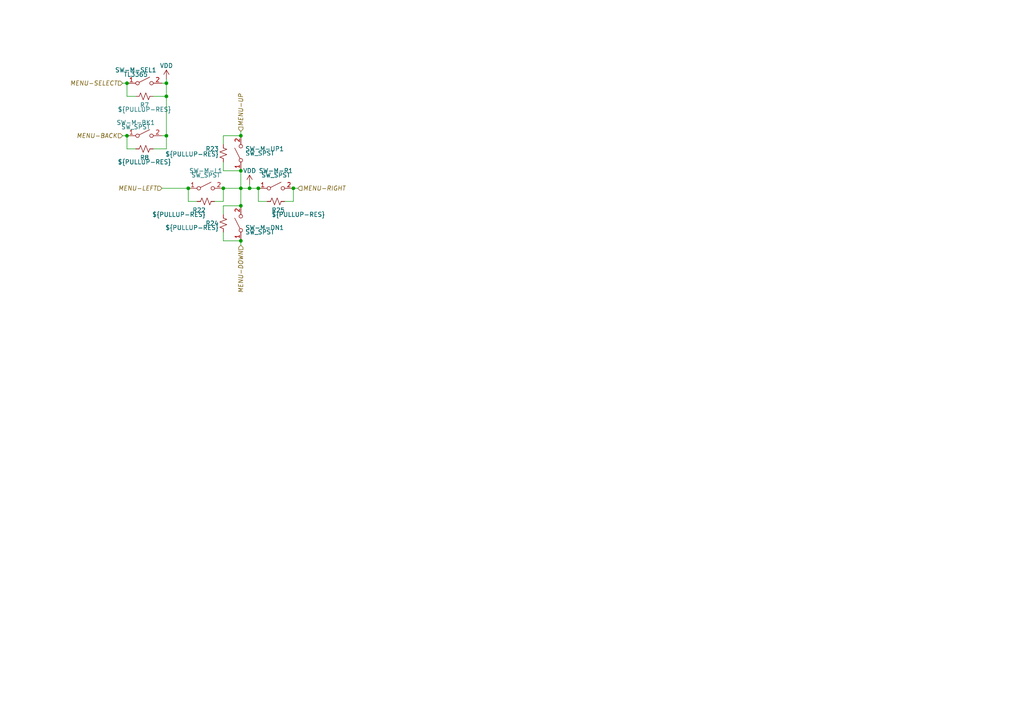
<source format=kicad_sch>
(kicad_sch (version 20211123) (generator eeschema)

  (uuid 521cb117-ca28-4249-b037-1dd8f17a563b)

  (paper "A4")

  (title_block
    (title "EasyBake Reflow Oven")
    (rev "2")
    (company "Daxxn Industries")
  )

  (lib_symbols
    (symbol "Device:R_Small_US" (pin_numbers hide) (pin_names (offset 0.254) hide) (in_bom yes) (on_board yes)
      (property "Reference" "R" (id 0) (at 0.762 0.508 0)
        (effects (font (size 1.27 1.27)) (justify left))
      )
      (property "Value" "R_Small_US" (id 1) (at 0.762 -1.016 0)
        (effects (font (size 1.27 1.27)) (justify left))
      )
      (property "Footprint" "" (id 2) (at 0 0 0)
        (effects (font (size 1.27 1.27)) hide)
      )
      (property "Datasheet" "~" (id 3) (at 0 0 0)
        (effects (font (size 1.27 1.27)) hide)
      )
      (property "ki_keywords" "r resistor" (id 4) (at 0 0 0)
        (effects (font (size 1.27 1.27)) hide)
      )
      (property "ki_description" "Resistor, small US symbol" (id 5) (at 0 0 0)
        (effects (font (size 1.27 1.27)) hide)
      )
      (property "ki_fp_filters" "R_*" (id 6) (at 0 0 0)
        (effects (font (size 1.27 1.27)) hide)
      )
      (symbol "R_Small_US_1_1"
        (polyline
          (pts
            (xy 0 0)
            (xy 1.016 -0.381)
            (xy 0 -0.762)
            (xy -1.016 -1.143)
            (xy 0 -1.524)
          )
          (stroke (width 0) (type default) (color 0 0 0 0))
          (fill (type none))
        )
        (polyline
          (pts
            (xy 0 1.524)
            (xy 1.016 1.143)
            (xy 0 0.762)
            (xy -1.016 0.381)
            (xy 0 0)
          )
          (stroke (width 0) (type default) (color 0 0 0 0))
          (fill (type none))
        )
        (pin passive line (at 0 2.54 270) (length 1.016)
          (name "~" (effects (font (size 1.27 1.27))))
          (number "1" (effects (font (size 1.27 1.27))))
        )
        (pin passive line (at 0 -2.54 90) (length 1.016)
          (name "~" (effects (font (size 1.27 1.27))))
          (number "2" (effects (font (size 1.27 1.27))))
        )
      )
    )
    (symbol "Switch:SW_SPST" (pin_names (offset 0) hide) (in_bom yes) (on_board yes)
      (property "Reference" "SW" (id 0) (at 0 3.175 0)
        (effects (font (size 1.27 1.27)))
      )
      (property "Value" "SW_SPST" (id 1) (at 0 -2.54 0)
        (effects (font (size 1.27 1.27)))
      )
      (property "Footprint" "" (id 2) (at 0 0 0)
        (effects (font (size 1.27 1.27)) hide)
      )
      (property "Datasheet" "~" (id 3) (at 0 0 0)
        (effects (font (size 1.27 1.27)) hide)
      )
      (property "ki_keywords" "switch lever" (id 4) (at 0 0 0)
        (effects (font (size 1.27 1.27)) hide)
      )
      (property "ki_description" "Single Pole Single Throw (SPST) switch" (id 5) (at 0 0 0)
        (effects (font (size 1.27 1.27)) hide)
      )
      (symbol "SW_SPST_0_0"
        (circle (center -2.032 0) (radius 0.508)
          (stroke (width 0) (type default) (color 0 0 0 0))
          (fill (type none))
        )
        (polyline
          (pts
            (xy -1.524 0.254)
            (xy 1.524 1.778)
          )
          (stroke (width 0) (type default) (color 0 0 0 0))
          (fill (type none))
        )
        (circle (center 2.032 0) (radius 0.508)
          (stroke (width 0) (type default) (color 0 0 0 0))
          (fill (type none))
        )
      )
      (symbol "SW_SPST_1_1"
        (pin passive line (at -5.08 0 0) (length 2.54)
          (name "A" (effects (font (size 1.27 1.27))))
          (number "1" (effects (font (size 1.27 1.27))))
        )
        (pin passive line (at 5.08 0 180) (length 2.54)
          (name "B" (effects (font (size 1.27 1.27))))
          (number "2" (effects (font (size 1.27 1.27))))
        )
      )
    )
    (symbol "power:VDD" (power) (pin_names (offset 0)) (in_bom yes) (on_board yes)
      (property "Reference" "#PWR" (id 0) (at 0 -3.81 0)
        (effects (font (size 1.27 1.27)) hide)
      )
      (property "Value" "VDD" (id 1) (at 0 3.81 0)
        (effects (font (size 1.27 1.27)))
      )
      (property "Footprint" "" (id 2) (at 0 0 0)
        (effects (font (size 1.27 1.27)) hide)
      )
      (property "Datasheet" "" (id 3) (at 0 0 0)
        (effects (font (size 1.27 1.27)) hide)
      )
      (property "ki_keywords" "power-flag" (id 4) (at 0 0 0)
        (effects (font (size 1.27 1.27)) hide)
      )
      (property "ki_description" "Power symbol creates a global label with name \"VDD\"" (id 5) (at 0 0 0)
        (effects (font (size 1.27 1.27)) hide)
      )
      (symbol "VDD_0_1"
        (polyline
          (pts
            (xy -0.762 1.27)
            (xy 0 2.54)
          )
          (stroke (width 0) (type default) (color 0 0 0 0))
          (fill (type none))
        )
        (polyline
          (pts
            (xy 0 0)
            (xy 0 2.54)
          )
          (stroke (width 0) (type default) (color 0 0 0 0))
          (fill (type none))
        )
        (polyline
          (pts
            (xy 0 2.54)
            (xy 0.762 1.27)
          )
          (stroke (width 0) (type default) (color 0 0 0 0))
          (fill (type none))
        )
      )
      (symbol "VDD_1_1"
        (pin power_in line (at 0 0 90) (length 0) hide
          (name "VDD" (effects (font (size 1.27 1.27))))
          (number "1" (effects (font (size 1.27 1.27))))
        )
      )
    )
  )

  (junction (at 85.09 54.61) (diameter 0) (color 0 0 0 0)
    (uuid 18c997d1-b7e5-481b-bf4c-e183d5adde25)
  )
  (junction (at 48.26 27.94) (diameter 0) (color 0 0 0 0)
    (uuid 1a0f4fe3-9c7b-4189-9720-306621d37441)
  )
  (junction (at 36.83 24.13) (diameter 0) (color 0 0 0 0)
    (uuid 1ab003e0-9a5f-4f2e-bfc0-5d88b65168da)
  )
  (junction (at 69.85 59.69) (diameter 0) (color 0 0 0 0)
    (uuid 1d3b1c21-8ff2-4ffc-8341-c885d534455e)
  )
  (junction (at 74.93 54.61) (diameter 0) (color 0 0 0 0)
    (uuid 1dd7c87e-6ac5-4112-84bc-2ae49f485e10)
  )
  (junction (at 69.85 54.61) (diameter 0) (color 0 0 0 0)
    (uuid 2bf9bcaa-1dda-4d2d-8f44-33a503305ea7)
  )
  (junction (at 72.39 54.61) (diameter 0) (color 0 0 0 0)
    (uuid 435dd40c-4dee-4cbb-a482-cb6fff6359d8)
  )
  (junction (at 48.26 24.13) (diameter 0) (color 0 0 0 0)
    (uuid 648c28ec-fcab-4ed0-ad2c-2531732610a6)
  )
  (junction (at 69.85 49.53) (diameter 0) (color 0 0 0 0)
    (uuid 6c1c9e4a-7b4d-4879-bfda-fd63177b2772)
  )
  (junction (at 54.61 54.61) (diameter 0) (color 0 0 0 0)
    (uuid 92944e64-29c7-4439-9703-457cbf39ef1e)
  )
  (junction (at 64.77 54.61) (diameter 0) (color 0 0 0 0)
    (uuid 941341e7-7310-495e-91d9-9e5af5a7660c)
  )
  (junction (at 36.83 39.37) (diameter 0) (color 0 0 0 0)
    (uuid b11b2159-85a1-46af-a983-4a6888499670)
  )
  (junction (at 69.85 69.85) (diameter 0) (color 0 0 0 0)
    (uuid b68089f8-3576-4418-ba7c-a83d273f4433)
  )
  (junction (at 48.26 39.37) (diameter 0) (color 0 0 0 0)
    (uuid cfc11b36-a679-4087-a2a3-dbf7fc8585f6)
  )
  (junction (at 69.85 39.37) (diameter 0) (color 0 0 0 0)
    (uuid d9261a53-afca-46e8-be6a-bd790ef9c9a1)
  )

  (wire (pts (xy 64.77 69.85) (xy 69.85 69.85))
    (stroke (width 0) (type default) (color 0 0 0 0))
    (uuid 044a6f3e-a955-42a3-b23e-2592e4825996)
  )
  (wire (pts (xy 72.39 54.61) (xy 74.93 54.61))
    (stroke (width 0) (type default) (color 0 0 0 0))
    (uuid 0b2892ce-b3b7-46f4-b3a7-a7052ef97730)
  )
  (wire (pts (xy 48.26 22.86) (xy 48.26 24.13))
    (stroke (width 0) (type default) (color 0 0 0 0))
    (uuid 0dca1c32-f274-4ba0-b57b-573b93586b8e)
  )
  (wire (pts (xy 64.77 49.53) (xy 69.85 49.53))
    (stroke (width 0) (type default) (color 0 0 0 0))
    (uuid 1b64a4b5-3d5d-47bb-a039-ce8cedada51a)
  )
  (wire (pts (xy 69.85 69.85) (xy 69.85 71.12))
    (stroke (width 0) (type default) (color 0 0 0 0))
    (uuid 2161b4e7-e737-4e2a-a978-cc3cd6410263)
  )
  (wire (pts (xy 64.77 67.31) (xy 64.77 69.85))
    (stroke (width 0) (type default) (color 0 0 0 0))
    (uuid 2250ceaa-6888-4f2b-a811-5ba10b3a4c51)
  )
  (wire (pts (xy 64.77 54.61) (xy 69.85 54.61))
    (stroke (width 0) (type default) (color 0 0 0 0))
    (uuid 22f89bd2-5cd1-4196-830f-0692ddc31c06)
  )
  (wire (pts (xy 36.83 27.94) (xy 36.83 24.13))
    (stroke (width 0) (type default) (color 0 0 0 0))
    (uuid 25e4968b-2f7c-4f92-a560-5a7b28bc63fd)
  )
  (wire (pts (xy 64.77 59.69) (xy 69.85 59.69))
    (stroke (width 0) (type default) (color 0 0 0 0))
    (uuid 26066a71-df3d-43b0-ac7c-db41c9d9ed1b)
  )
  (wire (pts (xy 62.23 58.42) (xy 64.77 58.42))
    (stroke (width 0) (type default) (color 0 0 0 0))
    (uuid 328b1acf-403d-48a3-97f1-4b02ca2a1872)
  )
  (wire (pts (xy 85.09 58.42) (xy 85.09 54.61))
    (stroke (width 0) (type default) (color 0 0 0 0))
    (uuid 4c1da798-97a0-4338-bbb0-44b2ad3c6150)
  )
  (wire (pts (xy 44.45 27.94) (xy 48.26 27.94))
    (stroke (width 0) (type default) (color 0 0 0 0))
    (uuid 50985d3d-8402-45c9-b703-0a7f9200b9f1)
  )
  (wire (pts (xy 44.45 43.18) (xy 48.26 43.18))
    (stroke (width 0) (type default) (color 0 0 0 0))
    (uuid 50a5abd2-864c-4066-8c4f-ed57b7aaaf43)
  )
  (wire (pts (xy 54.61 58.42) (xy 54.61 54.61))
    (stroke (width 0) (type default) (color 0 0 0 0))
    (uuid 61a57a04-5d92-4c46-94fa-e30edc322980)
  )
  (wire (pts (xy 64.77 62.23) (xy 64.77 59.69))
    (stroke (width 0) (type default) (color 0 0 0 0))
    (uuid 67839dab-54b1-4872-a7b1-44732cd234cd)
  )
  (wire (pts (xy 82.55 58.42) (xy 85.09 58.42))
    (stroke (width 0) (type default) (color 0 0 0 0))
    (uuid 691a96d4-55b0-4fa9-8a90-ccbdbbcfafed)
  )
  (wire (pts (xy 69.85 54.61) (xy 69.85 59.69))
    (stroke (width 0) (type default) (color 0 0 0 0))
    (uuid 70874b17-399a-4f7b-9b04-c393a2fae507)
  )
  (wire (pts (xy 64.77 46.99) (xy 64.77 49.53))
    (stroke (width 0) (type default) (color 0 0 0 0))
    (uuid 7e307d42-3729-4984-b247-03878fceba7d)
  )
  (wire (pts (xy 69.85 49.53) (xy 69.85 54.61))
    (stroke (width 0) (type default) (color 0 0 0 0))
    (uuid 85be198a-d6da-4420-8d6d-8068f8445e0a)
  )
  (wire (pts (xy 48.26 43.18) (xy 48.26 39.37))
    (stroke (width 0) (type default) (color 0 0 0 0))
    (uuid 87ff736a-aade-4dd6-b2f9-ea59a0ff53d5)
  )
  (wire (pts (xy 72.39 53.34) (xy 72.39 54.61))
    (stroke (width 0) (type default) (color 0 0 0 0))
    (uuid 8d6c5d19-02b7-434e-beb7-1e82744fee83)
  )
  (wire (pts (xy 48.26 27.94) (xy 48.26 39.37))
    (stroke (width 0) (type default) (color 0 0 0 0))
    (uuid 93177244-f820-4e6b-8c88-7b34b449670c)
  )
  (wire (pts (xy 85.09 54.61) (xy 86.36 54.61))
    (stroke (width 0) (type default) (color 0 0 0 0))
    (uuid 9de12b47-5825-4ff9-89dc-74c29c76c2ca)
  )
  (wire (pts (xy 74.93 58.42) (xy 74.93 54.61))
    (stroke (width 0) (type default) (color 0 0 0 0))
    (uuid 9fbaa4fd-0ab0-4cb6-aa06-3db49fb9c189)
  )
  (wire (pts (xy 57.15 58.42) (xy 54.61 58.42))
    (stroke (width 0) (type default) (color 0 0 0 0))
    (uuid a3740490-fda3-4936-ba65-2b4897067dfc)
  )
  (wire (pts (xy 72.39 54.61) (xy 69.85 54.61))
    (stroke (width 0) (type default) (color 0 0 0 0))
    (uuid bdaa8330-86a7-4d40-a1c1-4a048d2388da)
  )
  (wire (pts (xy 39.37 27.94) (xy 36.83 27.94))
    (stroke (width 0) (type default) (color 0 0 0 0))
    (uuid bf23a826-9b61-477a-bba9-5f1caf8d6f86)
  )
  (wire (pts (xy 77.47 58.42) (xy 74.93 58.42))
    (stroke (width 0) (type default) (color 0 0 0 0))
    (uuid c4530c5d-00f1-404f-a114-02e81b8d66fd)
  )
  (wire (pts (xy 46.99 54.61) (xy 54.61 54.61))
    (stroke (width 0) (type default) (color 0 0 0 0))
    (uuid c5dc5f7a-1194-4a26-b395-91cea6a5f325)
  )
  (wire (pts (xy 64.77 58.42) (xy 64.77 54.61))
    (stroke (width 0) (type default) (color 0 0 0 0))
    (uuid ccf3ef86-5075-4223-bf75-b7737c8278c6)
  )
  (wire (pts (xy 35.56 24.13) (xy 36.83 24.13))
    (stroke (width 0) (type default) (color 0 0 0 0))
    (uuid cfbc994d-93a2-415f-8439-79cacf702f78)
  )
  (wire (pts (xy 39.37 43.18) (xy 36.83 43.18))
    (stroke (width 0) (type default) (color 0 0 0 0))
    (uuid d13d4539-c3f3-47ea-a572-4cf8e64d5c58)
  )
  (wire (pts (xy 48.26 24.13) (xy 48.26 27.94))
    (stroke (width 0) (type default) (color 0 0 0 0))
    (uuid dbf08c5e-b895-47e1-bb5c-cd63f8551723)
  )
  (wire (pts (xy 36.83 43.18) (xy 36.83 39.37))
    (stroke (width 0) (type default) (color 0 0 0 0))
    (uuid dc10be1d-777d-4c8b-ace7-fe96dd56201b)
  )
  (wire (pts (xy 64.77 39.37) (xy 69.85 39.37))
    (stroke (width 0) (type default) (color 0 0 0 0))
    (uuid e261f52f-1dec-4f9b-bc4a-c1bf18ad7ad0)
  )
  (wire (pts (xy 35.56 39.37) (xy 36.83 39.37))
    (stroke (width 0) (type default) (color 0 0 0 0))
    (uuid e2dbe68c-5b0e-4908-9097-f1fbaeb9f04d)
  )
  (wire (pts (xy 64.77 41.91) (xy 64.77 39.37))
    (stroke (width 0) (type default) (color 0 0 0 0))
    (uuid ee520a11-bd12-4cc8-920e-4fb2c7266bbd)
  )
  (wire (pts (xy 48.26 39.37) (xy 46.99 39.37))
    (stroke (width 0) (type default) (color 0 0 0 0))
    (uuid f1ec2e24-b283-461b-9634-634c0925a91a)
  )
  (wire (pts (xy 69.85 38.1) (xy 69.85 39.37))
    (stroke (width 0) (type default) (color 0 0 0 0))
    (uuid f396044c-ca52-4794-ab3e-b6dec0475813)
  )
  (wire (pts (xy 46.99 24.13) (xy 48.26 24.13))
    (stroke (width 0) (type default) (color 0 0 0 0))
    (uuid fe17dbab-2f83-4811-a967-df986c1f4415)
  )

  (hierarchical_label "MENU-BACK" (shape input) (at 35.56 39.37 180)
    (effects (font (size 1.27 1.27) italic) (justify right))
    (uuid 3159e99f-2a7c-4770-af1e-191f0d05332a)
  )
  (hierarchical_label "MENU-SELECT" (shape input) (at 35.56 24.13 180)
    (effects (font (size 1.27 1.27) italic) (justify right))
    (uuid 4c9fcc6b-f6f3-4cb7-abdd-1249dca23d87)
  )
  (hierarchical_label "MENU-LEFT" (shape input) (at 46.99 54.61 180)
    (effects (font (size 1.27 1.27) italic) (justify right))
    (uuid 84e4a710-30e3-4c05-8e57-8414229ec3a5)
  )
  (hierarchical_label "MENU-UP" (shape input) (at 69.85 38.1 90)
    (effects (font (size 1.27 1.27) italic) (justify left))
    (uuid 92b2072c-31f2-47fb-b9f2-ca89a1d7b9c2)
  )
  (hierarchical_label "MENU-DOWN" (shape input) (at 69.85 71.12 270)
    (effects (font (size 1.27 1.27) italic) (justify right))
    (uuid dd741d73-3224-470b-88ef-e9dfc434db51)
  )
  (hierarchical_label "MENU-RIGHT" (shape input) (at 86.36 54.61 0)
    (effects (font (size 1.27 1.27) italic) (justify left))
    (uuid e6d3dfe0-29b0-43ab-a202-fcfa23011d80)
  )

  (symbol (lib_id "Device:R_Small_US") (at 64.77 44.45 0) (unit 1)
    (in_bom yes) (on_board yes)
    (uuid 034eb330-bf09-495d-9d40-2cf761da9965)
    (property "Reference" "R23" (id 0) (at 63.5 43.18 0)
      (effects (font (size 1.27 1.27)) (justify right))
    )
    (property "Value" "${PULLUP-RES}" (id 1) (at 63.5 44.704 0)
      (effects (font (size 1.27 1.27)) (justify right))
    )
    (property "Footprint" "Resistor_SMD:R_0805_2012Metric" (id 2) (at 64.77 44.45 0)
      (effects (font (size 1.27 1.27)) hide)
    )
    (property "Datasheet" "~" (id 3) (at 64.77 44.45 0)
      (effects (font (size 1.27 1.27)) hide)
    )
    (pin "1" (uuid da7a564f-180f-463b-960e-da0292f13931))
    (pin "2" (uuid 1d617ad5-08c2-4956-9a25-278ee9fe80d3))
  )

  (symbol (lib_id "power:VDD") (at 48.26 22.86 0) (unit 1)
    (in_bom yes) (on_board yes)
    (uuid 0f1af7b2-4dc6-49a7-93db-48b4dcccb685)
    (property "Reference" "#PWR041" (id 0) (at 48.26 26.67 0)
      (effects (font (size 1.27 1.27)) hide)
    )
    (property "Value" "VDD" (id 1) (at 48.26 19.05 0))
    (property "Footprint" "" (id 2) (at 48.26 22.86 0)
      (effects (font (size 1.27 1.27)) hide)
    )
    (property "Datasheet" "" (id 3) (at 48.26 22.86 0)
      (effects (font (size 1.27 1.27)) hide)
    )
    (pin "1" (uuid aee46ad7-0d01-451a-bce6-19ff2f3b459f))
  )

  (symbol (lib_id "Device:R_Small_US") (at 41.91 27.94 90) (unit 1)
    (in_bom yes) (on_board yes)
    (uuid 14d53526-2ffb-4d05-8740-bfc9da25797b)
    (property "Reference" "R7" (id 0) (at 41.91 30.48 90))
    (property "Value" "${PULLUP-RES}" (id 1) (at 41.91 31.75 90))
    (property "Footprint" "Resistor_SMD:R_0805_2012Metric" (id 2) (at 41.91 27.94 0)
      (effects (font (size 1.27 1.27)) hide)
    )
    (property "Datasheet" "~" (id 3) (at 41.91 27.94 0)
      (effects (font (size 1.27 1.27)) hide)
    )
    (pin "1" (uuid 76c30b76-1f73-4c8d-9106-27ebecfa469f))
    (pin "2" (uuid b9ba03b4-63f7-456c-9b7e-a78795325c74))
  )

  (symbol (lib_id "Switch:SW_SPST") (at 69.85 64.77 90) (unit 1)
    (in_bom yes) (on_board yes)
    (uuid 1ae558bd-4187-4381-b542-1ed72573ae86)
    (property "Reference" "SW-M-DN1" (id 0) (at 71.12 66.04 90)
      (effects (font (size 1.27 1.27)) (justify right))
    )
    (property "Value" "SW_SPST" (id 1) (at 71.12 67.31 90)
      (effects (font (size 1.27 1.27)) (justify right))
    )
    (property "Footprint" "Daxxn_Switches:TL3365AF180QG" (id 2) (at 69.85 64.77 0)
      (effects (font (size 1.27 1.27)) hide)
    )
    (property "Datasheet" "~" (id 3) (at 69.85 64.77 0)
      (effects (font (size 1.27 1.27)) hide)
    )
    (pin "1" (uuid f5101fac-99f6-4904-a24a-ec661e02ef95))
    (pin "2" (uuid 291e51ed-47ea-4697-9f60-d1626ea7ad44))
  )

  (symbol (lib_id "Device:R_Small_US") (at 59.69 58.42 90) (unit 1)
    (in_bom yes) (on_board yes)
    (uuid 23653baa-48af-43ae-8b04-d01347b61462)
    (property "Reference" "R22" (id 0) (at 59.69 60.96 90)
      (effects (font (size 1.27 1.27)) (justify left))
    )
    (property "Value" "${PULLUP-RES}" (id 1) (at 59.69 62.23 90)
      (effects (font (size 1.27 1.27)) (justify left))
    )
    (property "Footprint" "Resistor_SMD:R_0805_2012Metric" (id 2) (at 59.69 58.42 0)
      (effects (font (size 1.27 1.27)) hide)
    )
    (property "Datasheet" "~" (id 3) (at 59.69 58.42 0)
      (effects (font (size 1.27 1.27)) hide)
    )
    (pin "1" (uuid 154cf671-d95e-46fc-bd50-1543b5fadb95))
    (pin "2" (uuid 561695e6-0358-4e6b-b7fb-f44032b0ab7d))
  )

  (symbol (lib_id "Switch:SW_SPST") (at 80.01 54.61 0) (unit 1)
    (in_bom yes) (on_board yes)
    (uuid 2626f44e-8b2c-42f4-b1dd-36d34f3932b5)
    (property "Reference" "SW-M-R1" (id 0) (at 80.01 49.53 0))
    (property "Value" "SW_SPST" (id 1) (at 80.01 50.8 0))
    (property "Footprint" "Daxxn_Switches:TL3365AF180QG" (id 2) (at 80.01 54.61 0)
      (effects (font (size 1.27 1.27)) hide)
    )
    (property "Datasheet" "~" (id 3) (at 80.01 54.61 0)
      (effects (font (size 1.27 1.27)) hide)
    )
    (pin "1" (uuid ecd1ac65-1c5b-400d-a73d-c2557396d21b))
    (pin "2" (uuid 5f453609-f3ab-46b3-af89-a2ea1ef36d62))
  )

  (symbol (lib_id "Switch:SW_SPST") (at 59.69 54.61 0) (unit 1)
    (in_bom yes) (on_board yes)
    (uuid 2928c0fa-335a-4dda-b058-f58cc0e435da)
    (property "Reference" "SW-M-L1" (id 0) (at 59.69 49.53 0))
    (property "Value" "SW_SPST" (id 1) (at 59.69 50.8 0))
    (property "Footprint" "Daxxn_Switches:TL3365AF180QG" (id 2) (at 59.69 54.61 0)
      (effects (font (size 1.27 1.27)) hide)
    )
    (property "Datasheet" "~" (id 3) (at 59.69 54.61 0)
      (effects (font (size 1.27 1.27)) hide)
    )
    (pin "1" (uuid 0d93a3a4-5328-48d2-9ed9-c37db4ff21fc))
    (pin "2" (uuid 61317a1b-3687-4b5c-9837-5a650e654167))
  )

  (symbol (lib_id "power:VDD") (at 72.39 53.34 0) (unit 1)
    (in_bom yes) (on_board yes)
    (uuid 2fbf93ec-81b5-4849-9007-532a85c7b9a4)
    (property "Reference" "#PWR042" (id 0) (at 72.39 57.15 0)
      (effects (font (size 1.27 1.27)) hide)
    )
    (property "Value" "VDD" (id 1) (at 72.39 49.53 0))
    (property "Footprint" "" (id 2) (at 72.39 53.34 0)
      (effects (font (size 1.27 1.27)) hide)
    )
    (property "Datasheet" "" (id 3) (at 72.39 53.34 0)
      (effects (font (size 1.27 1.27)) hide)
    )
    (pin "1" (uuid 5510b45b-aa55-44a7-8fd0-cbc284e92a25))
  )

  (symbol (lib_id "Switch:SW_SPST") (at 69.85 44.45 90) (unit 1)
    (in_bom yes) (on_board yes)
    (uuid 62af4cc7-9a48-4435-8c70-4df8e6088936)
    (property "Reference" "SW-M-UP1" (id 0) (at 71.12 43.1799 90)
      (effects (font (size 1.27 1.27)) (justify right))
    )
    (property "Value" "SW_SPST" (id 1) (at 71.12 44.45 90)
      (effects (font (size 1.27 1.27)) (justify right))
    )
    (property "Footprint" "Daxxn_Switches:TL3365AF180QG" (id 2) (at 69.85 44.45 0)
      (effects (font (size 1.27 1.27)) hide)
    )
    (property "Datasheet" "~" (id 3) (at 69.85 44.45 0)
      (effects (font (size 1.27 1.27)) hide)
    )
    (pin "1" (uuid b3eb0afe-8bd5-480d-8d7a-caa4b6953180))
    (pin "2" (uuid d696db21-f54f-461b-bc4a-180b9bf6919c))
  )

  (symbol (lib_id "Switch:SW_SPST") (at 41.91 39.37 0) (unit 1)
    (in_bom yes) (on_board yes)
    (uuid 9ee5f41e-deb6-4f27-a830-e08c480759bd)
    (property "Reference" "SW-M-BK1" (id 0) (at 39.37 35.56 0))
    (property "Value" "SW_SPST" (id 1) (at 39.37 36.83 0))
    (property "Footprint" "Daxxn_Switches:TL3365AF180QG" (id 2) (at 41.91 39.37 0)
      (effects (font (size 1.27 1.27)) hide)
    )
    (property "Datasheet" "~" (id 3) (at 41.91 39.37 0)
      (effects (font (size 1.27 1.27)) hide)
    )
    (pin "1" (uuid 44b88ce7-c144-4d5b-b538-83afeec3408c))
    (pin "2" (uuid 0aefd893-9679-4414-b67b-2132c8e05a70))
  )

  (symbol (lib_id "Device:R_Small_US") (at 64.77 64.77 0) (unit 1)
    (in_bom yes) (on_board yes)
    (uuid c0e843cc-f221-4503-a6c6-242ee7aff152)
    (property "Reference" "R24" (id 0) (at 63.5 64.77 0)
      (effects (font (size 1.27 1.27)) (justify right))
    )
    (property "Value" "${PULLUP-RES}" (id 1) (at 63.5 66.04 0)
      (effects (font (size 1.27 1.27)) (justify right))
    )
    (property "Footprint" "Resistor_SMD:R_0805_2012Metric" (id 2) (at 64.77 64.77 0)
      (effects (font (size 1.27 1.27)) hide)
    )
    (property "Datasheet" "~" (id 3) (at 64.77 64.77 0)
      (effects (font (size 1.27 1.27)) hide)
    )
    (pin "1" (uuid f8bf99d6-b364-4db6-ba2e-2136b76b4524))
    (pin "2" (uuid 5206d1e2-453f-4795-9db2-f7f34abb153e))
  )

  (symbol (lib_id "Switch:SW_SPST") (at 41.91 24.13 0) (unit 1)
    (in_bom yes) (on_board yes)
    (uuid c47a4022-9555-4eca-9f91-c39b0345d203)
    (property "Reference" "SW-M-SEL1" (id 0) (at 39.37 20.32 0))
    (property "Value" "TL3365" (id 1) (at 39.37 21.59 0))
    (property "Footprint" "Daxxn_Switches:TL3365AF180QG" (id 2) (at 41.91 24.13 0)
      (effects (font (size 1.27 1.27)) hide)
    )
    (property "Datasheet" "~" (id 3) (at 41.91 24.13 0)
      (effects (font (size 1.27 1.27)) hide)
    )
    (pin "1" (uuid 27c38de1-cf0a-4f58-982e-283b65df777c))
    (pin "2" (uuid 57af3cbd-d47d-4494-86fc-f6eb8b53dd12))
  )

  (symbol (lib_id "Device:R_Small_US") (at 41.91 43.18 90) (unit 1)
    (in_bom yes) (on_board yes)
    (uuid c6c62326-83b8-4eac-9b87-ecc17e930bdf)
    (property "Reference" "R8" (id 0) (at 41.91 45.72 90))
    (property "Value" "${PULLUP-RES}" (id 1) (at 41.91 46.99 90))
    (property "Footprint" "Resistor_SMD:R_0805_2012Metric" (id 2) (at 41.91 43.18 0)
      (effects (font (size 1.27 1.27)) hide)
    )
    (property "Datasheet" "~" (id 3) (at 41.91 43.18 0)
      (effects (font (size 1.27 1.27)) hide)
    )
    (pin "1" (uuid 566bd5d9-1273-4049-8949-25040447e944))
    (pin "2" (uuid 73f26d5d-f2a0-4bfd-a9a0-ed9c2b81c2d2))
  )

  (symbol (lib_id "Device:R_Small_US") (at 80.01 58.42 90) (unit 1)
    (in_bom yes) (on_board yes)
    (uuid f0ae9bea-2587-4218-bce9-7bc717f7f04b)
    (property "Reference" "R25" (id 0) (at 78.74 60.96 90)
      (effects (font (size 1.27 1.27)) (justify right))
    )
    (property "Value" "${PULLUP-RES}" (id 1) (at 78.74 62.23 90)
      (effects (font (size 1.27 1.27)) (justify right))
    )
    (property "Footprint" "Resistor_SMD:R_0805_2012Metric" (id 2) (at 80.01 58.42 0)
      (effects (font (size 1.27 1.27)) hide)
    )
    (property "Datasheet" "~" (id 3) (at 80.01 58.42 0)
      (effects (font (size 1.27 1.27)) hide)
    )
    (pin "1" (uuid 8e278e64-f53f-4ba5-bb44-4fffece0a8b4))
    (pin "2" (uuid ac453eb7-5cf9-4f6c-bc35-c564aaf8251c))
  )
)

</source>
